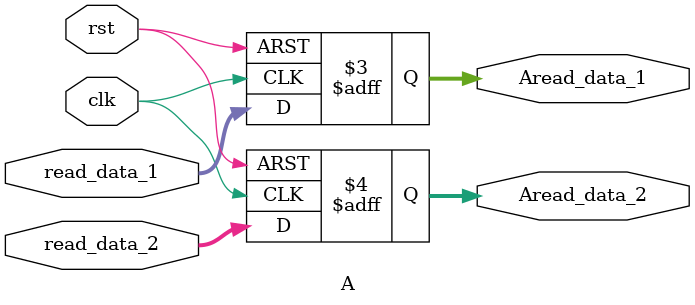
<source format=v>
module A(
input rst,clk,
input [31:0]read_data_1,read_data_2,
output reg [31:0]Aread_data_1,Aread_data_2
    );
    
    always @ (posedge clk or negedge rst) begin
     if (!rst)
		begin
			Aread_data_1 <= 0;
			Aread_data_2 <= 0;
		end 
      else if (clk)
		begin 
			Aread_data_1 <= read_data_1; 
			Aread_data_2 <= read_data_2; 
		end
    end
    
endmodule

</source>
